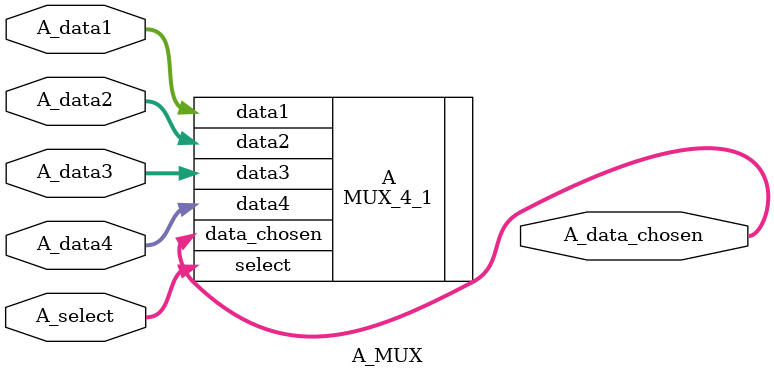
<source format=v>
`timescale 1ns / 1ps


module A_MUX(
    input [31:0] A_data1,
    input [31:0] A_data2,
    input [31:0] A_data3,
    input [31:0] A_data4,
    input [1:0] A_select,
    output wire [31:0] A_data_chosen
    );

MUX_4_1 A(
    .data1(A_data1),
    .data2(A_data2),
    .data3(A_data3),
    .data4(A_data4),
    .select(A_select),
    .data_chosen(A_data_chosen)
);

endmodule

</source>
